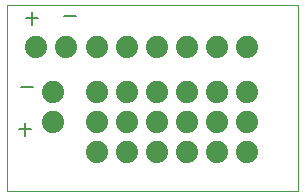
<source format=gtl>
G75*
G70*
%OFA0B0*%
%FSLAX24Y24*%
%IPPOS*%
%LPD*%
%AMOC8*
5,1,8,0,0,1.08239X$1,22.5*
%
%ADD10C,0.0050*%
%ADD11C,0.0000*%
%ADD12C,0.0740*%
D10*
X000683Y001959D02*
X000683Y002366D01*
X000479Y002163D02*
X000886Y002163D01*
X000965Y003580D02*
X000558Y003580D01*
X000919Y005660D02*
X000919Y006067D01*
X000716Y005863D02*
X001123Y005863D01*
X001975Y005942D02*
X002382Y005942D01*
D11*
X000100Y006320D02*
X000100Y000100D01*
X009785Y000100D01*
X009785Y006320D01*
X000100Y006320D01*
D12*
X001069Y004927D03*
X002069Y004927D03*
X003084Y004919D03*
X004084Y004919D03*
X005084Y004919D03*
X006084Y004919D03*
X007084Y004919D03*
X008084Y004919D03*
X008084Y003419D03*
X007084Y003419D03*
X006084Y003419D03*
X005084Y003419D03*
X004084Y003419D03*
X003084Y003419D03*
X003084Y002419D03*
X004084Y002419D03*
X005084Y002419D03*
X006084Y002419D03*
X007084Y002419D03*
X008084Y002419D03*
X008084Y001419D03*
X007084Y001419D03*
X006084Y001419D03*
X005084Y001419D03*
X004084Y001419D03*
X003084Y001419D03*
X001635Y002399D03*
X001635Y003399D03*
M02*

</source>
